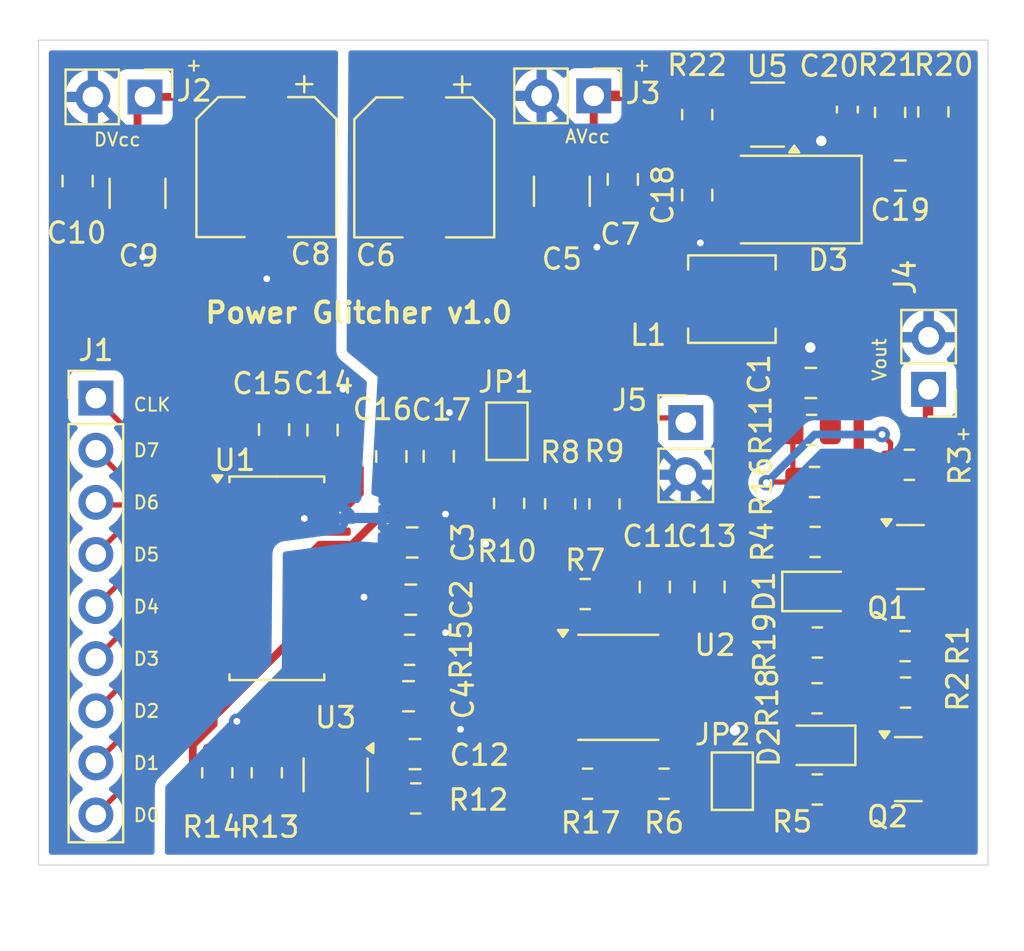
<source format=kicad_pcb>
(kicad_pcb (version 20240108) (generator "pcbnew") (generator_version "8.0")
  (layers (0 "F.Cu" signal) (31 "B.Cu" signal) (34 "B.Paste" user) (35 "F.Paste" user) (36 "B.SilkS" user "B.Silkscreen") (37 "F.SilkS" user "F.Silkscreen") (38 "B.Mask" user) (39 "F.Mask" user) (44 "Edge.Cuts" user))
  (net 0 "")
  (net 1 "Net-(C1-Pad1)")
  (net 2 "AGND")
  (net 3 "Net-(U1-COMP1)")
  (net 4 "AVCC")
  (net 5 "Net-(U1-COMP2)")
  (net 6 "/refio")
  (net 7 "DGND")
  (net 8 "DVCC")
  (net 9 "Net-(D1-K)")
  (net 10 "Net-(D1-A)")
  (net 11 "Net-(D2-K)")
  (net 12 "Net-(D2-A)")
  (net 13 "Net-(J1-Pin_9)")
  (net 14 "Net-(J1-Pin_6)")
  (net 15 "Net-(J1-Pin_7)")
  (net 16 "Net-(J1-Pin_1)")
  (net 17 "Net-(J1-Pin_8)")
  (net 18 "Net-(J1-Pin_3)")
  (net 19 "Net-(J1-Pin_2)")
  (net 20 "Net-(J1-Pin_5)")
  (net 21 "Net-(J1-Pin_4)")
  (net 22 "/out")
  (net 23 "Net-(Q1-E)")
  (net 24 "Net-(Q2-E)")
  (net 25 "Net-(R1-Pad2)")
  (net 26 "Net-(U2B--)")
  (net 27 "Net-(R7-Pad1)")
  (net 28 "Net-(U2B-+)")
  (net 29 "Net-(U2A--)")
  (net 30 "Net-(U3--)")
  (net 31 "/reflo")
  (net 32 "Net-(U1-FS_ADJ)")
  (net 33 "Net-(R16-Pad1)")
  (net 35 "Net-(D3-A)")
  (net 36 "Net-(J5-Pin_1)")
  (net 37 "Net-(U5-FB)")
  (net 38 "V-")
  (net 39 "V+")
  (net 40 "Net-(U5-EN)")
  (net 41 "/signal")
  (footprint "Resistor_SMD:R_0805_2012Metric" (layer "F.Cu") (at 121.77 57.3225 -90)
    (property "Reference" "R21")
    (property "Value" "49.9K")
  )
  (footprint "Capacitor_SMD:C_0805_2012Metric" (layer "F.Cu") (at 99.7712 74.0816 90)
    (property "Reference" "C17")
    (property "Value" "1uF")
  )
  (footprint "Package_SO:SOIC-8_3.9x4.9mm_P1.27mm" (layer "F.Cu") (at 108.523 85.344)
    (property "Reference" "U2")
    (property "Value" "Opamp_Dual")
  )
  (footprint "Resistor_SMD:R_0805_2012Metric" (layer "F.Cu") (at 122.5239 85.598 180)
    (property "Reference" "R2")
    (property "Value" "1")
  )
  (footprint "Resistor_SMD:R_0805_2012Metric" (layer "F.Cu") (at 118.0846 75.3364 180)
    (property "Reference" "R16")
    (property "Value" "100")
  )
  (footprint "Jumper:SolderJumper-2_P1.3mm_Open_Pad1.0x1.5mm" (layer "F.Cu") (at 103.0986 72.8622 -90)
    (property "Reference" "JP1")
    (property "Value" "SolderJumper_2_Open")
  )
  (footprint "Capacitor_SMD:CP_Elec_6.3x5.8" (layer "F.Cu") (at 99.065 60.0024 -90)
    (property "Reference" "C6")
    (property "Value" "100uF")
  )
  (footprint "Connector_PinHeader_2.54mm:PinHeader_1x02_P2.54mm_Vertical" (layer "F.Cu") (at 123.6472 70.8202 180)
    (property "Reference" "J4")
    (property "Value" "Conn_01x02")
  )
  (footprint "Resistor_SMD:R_0805_2012Metric" (layer "F.Cu") (at 123.8782 57.2971 90)
    (property "Reference" "R20")
    (property "Value" "10K")
  )
  (footprint "Resistor_SMD:R_0805_2012Metric" (layer "F.Cu") (at 110.7525 90.043)
    (property "Reference" "R6")
    (property "Value" "1K")
  )
  (footprint "Jumper:SolderJumper-2_P1.3mm_Open_Pad1.0x1.5mm" (layer "F.Cu") (at 114.08 89.92 -90)
    (property "Reference" "JP2")
    (property "Value" "SolderJumper_2_Open")
  )
  (footprint "Resistor_SMD:R_0805_2012Metric" (layer "F.Cu") (at 98.3488 83.5152 180)
    (property "Reference" "R15")
    (property "Value" "2K")
  )
  (footprint "Package_TO_SOT_SMD:SOT-23-5" (layer "F.Cu") (at 94.742 89.6095 -90)
    (property "Reference" "U3")
    (property "Value" "TL081H")
  )
  (footprint "Resistor_SMD:R_0805_2012Metric" (layer "F.Cu") (at 103.2002 76.3778 90)
    (property "Reference" "R10")
    (property "Value" "R")
  )
  (footprint "Resistor_SMD:R_0805_2012Metric" (layer "F.Cu") (at 118.2116 85.8774)
    (property "Reference" "R18")
    (property "Value" "R")
  )
  (footprint "Capacitor_SMD:C_0805_2012Metric" (layer "F.Cu") (at 98.41 81.07)
    (property "Reference" "C2")
    (property "Value" "0.1uF")
  )
  (footprint "Resistor_SMD:R_0805_2012Metric" (layer "F.Cu") (at 91.3892 89.5077 90)
    (property "Reference" "R13")
    (property "Value" "R")
  )
  (footprint "Resistor_SMD:R_0805_2012Metric" (layer "F.Cu") (at 98.6505 90.758 180)
    (property "Reference" "R12")
    (property "Value" "R")
  )
  (footprint "Connector_PinHeader_2.54mm:PinHeader_1x02_P2.54mm_Vertical" (layer "F.Cu") (at 111.8108 72.4408)
    (property "Reference" "J5")
    (property "Value" "Conn_01x02")
  )
  (footprint "Resistor_SMD:R_0805_2012Metric" (layer "F.Cu") (at 122.7074 74.4982)
    (property "Reference" "R3")
    (property "Value" "R")
  )
  (footprint "Package_SO:TSSOP-28_4.4x9.7mm_P0.65mm" (layer "F.Cu") (at 91.8795 80.029)
    (property "Reference" "U1")
    (property "Value" "AD9708AR")
  )
  (footprint "Diode_SMD:D_2114_3652Metric" (layer "F.Cu") (at 117.0971 61.5696 180)
    (property "Reference" "D3")
    (property "Value" "D_Schottky")
  )
  (footprint "Connector_PinHeader_2.54mm:PinHeader_1x02_P2.54mm_Vertical" (layer "F.Cu") (at 107.325 56.515 -90)
    (property "Reference" "J3")
    (property "Value" "Conn_01x02")
  )
  (footprint "Resistor_SMD:R_0805_2012Metric" (layer "F.Cu") (at 105.6894 76.4032 -90)
    (property "Reference" "R8")
    (property "Value" "1K")
  )
  (footprint "Resistor_SMD:R_0805_2012Metric" (layer "F.Cu") (at 112.3696 57.4275 -90)
    (property "Reference" "R22")
    (property "Value" "10K")
  )
  (footprint "Resistor_SMD:R_0805_2012Metric" (layer "F.Cu") (at 118.2237 83.1596 180)
    (property "Reference" "R19")
    (property "Value" "R")
  )
  (footprint "Resistor_SMD:R_0805_2012Metric" (layer "F.Cu") (at 118.1183 78.2574 180)
    (property "Reference" "R4")
    (property "Value" "1K")
  )
  (footprint "Resistor_SMD:R_0805_2012Metric" (layer "F.Cu") (at 88.9762 89.5077 90)
    (property "Reference" "R14")
    (property "Value" "0")
  )
  (footprint "Resistor_SMD:R_0805_2012Metric" (layer "F.Cu") (at 122.5023 83.3374)
    (property "Reference" "R1")
    (property "Value" "1")
  )
  (footprint "Connector_PinHeader_2.54mm:PinHeader_1x02_P2.54mm_Vertical" (layer "F.Cu") (at 85.4506 56.5658 -90)
    (property "Reference" "J2")
    (property "Value" "Conn_01x02")
  )
  (footprint "Capacitor_SMD:C_0603_1608Metric" (layer "F.Cu") (at 119.6872 57.1844 90)
    (property "Reference" "C20")
    (property "Value" "1nF")
  )
  (footprint "Package_TO_SOT_SMD:SOT-23-5" (layer "F.Cu") (at 115.7986 57.4294 180)
    (property "Reference" "U5")
    (property "Value" "LM2735XMF")
  )
  (footprint "Capacitor_SMD:C_0805_2012Metric" (layer "F.Cu") (at 82.169 60.6654 -90)
    (property "Reference" "C10")
    (property "Value" "0.1uF")
  )
  (footprint "Capacitor_SMD:C_0805_2012Metric" (layer "F.Cu") (at 98.4758 78.2828)
    (property "Reference" "C3")
    (property "Value" "0.1uF")
  )
  (footprint "Resistor_SMD:R_0805_2012Metric" (layer "F.Cu") (at 117.9443 72.7964 180)
    (property "Reference" "R11")
    (property "Value" "R")
  )
  (footprint "Capacitor_SMD:C_0805_2012Metric" (layer "F.Cu") (at 122.2654 60.4012 180)
    (property "Reference" "C19")
    (property "Value" "10uF")
  )
  (footprint "Diode_SMD:D_0805_2012Metric_Pad1.15x1.40mm_HandSolder" (layer "F.Cu") (at 118.3723 80.6704)
    (property "Reference" "D1")
    (property "Value" "D")
  )
  (footprint "Connector_PinHeader_2.54mm:PinHeader_1x09_P2.54mm_Vertical" (layer "F.Cu") (at 83.058 71.247)
    (property "Reference" "J1")
    (property "Value" "Conn_01x09")
  )
  (footprint "Resistor_SMD:R_0805_2012Metric" (layer "F.Cu") (at 107.8484 76.4032 90)
    (property "Reference" "R9")
    (property "Value" "270")
  )
  (footprint "Capacitor_SMD:CP_Elec_6.3x5.8" (layer "F.Cu") (at 91.3688 59.9872 -90)
    (property "Reference" "C8")
    (property "Value" "100uF")
  )
  (footprint "Capacitor_SMD:C_0805_2012Metric" (layer "F.Cu") (at 94.107 72.8066 90)
    (property "Reference" "C14")
    (property "Value" "0.1uF")
  )
  (footprint "Capacitor_SMD:C_0805_2012Metric" (layer "F.Cu") (at 91.7448 72.7812 90)
    (property "Reference" "C15")
    (property "Value" "1uF")
  )
  (footprint "Resistor_SMD:R_0805_2012Metric" (layer "F.Cu") (at 118.2218 90.3224)
    (property "Reference" "R5")
    (property "Value" "1K")
  )
  (footprint "Capacitor_SMD:C_0805_2012Metric" (layer "F.Cu") (at 112.968 80.452 90)
    (property "Reference" "C13")
    (property "Value" "1uF")
  )
  (footprint "Capacitor_SMD:C_0805_2012Metric" (layer "F.Cu") (at 112.3696 61.3512 90)
    (property "Reference" "C18")
    (property "Value" "2.2uF")
  )
  (footprint "Package_TO_SOT_SMD:SOT-23" (layer "F.Cu") (at 122.7582 78.994)
    (property "Reference" "Q1")
    (property "Value" "BC817")
  )
  (footprint "Diode_SMD:D_0805_2012Metric_Pad1.15x1.40mm_HandSolder" (layer "F.Cu") (at 118.2175 88.17 180)
    (property "Reference" "D2")
    (property "Value" "D")
  )
  (footprint "Capacitor_SMD:C_0805_2012Metric" (layer "F.Cu") (at 97.4598 74.0918 90)
    (property "Reference" "C16")
    (property "Value" "0.1uF")
  )
  (footprint "Capacitor_SMD:C_0805_2012Metric" (layer "F.Cu") (at 117.9068 70.5104 180)
    (property "Reference" "C1")
    (property "Value" "C")
  )
  (footprint "Resistor_SMD:R_0805_2012Metric" (layer "F.Cu") (at 106.9086 80.7974)
    (property "Reference" "R7")
    (property "Value" "R")
  )
  (footprint "Capacitor_SMD:C_0805_2012Metric" (layer "F.Cu") (at 108.7424 60.5892 -90)
    (property "Reference" "C7")
    (property "Value" "0.1uF")
  )
  (footprint "Capacitor_SMD:C_1210_3225Metric" (layer "F.Cu") (at 105.7706 61.165 -90)
    (property "Reference" "C5")
    (property "Value" "10uF")
  )
  (footprint "Inductor_SMD:L_Vishay_IHLP-1616" (layer "F.Cu") (at 114.05875 66.421)
    (property "Reference" "L1")
    (property "Value" "5.6uH")
  )
  (footprint "Capacitor_SMD:C_0805_2012Metric" (layer "F.Cu") (at 110.301 80.452 90)
    (property "Reference" "C11")
    (property "Value" "0.1uF")
  )
  (footprint "Capacitor_SMD:C_0805_2012Metric" (layer "F.Cu") (at 98.613 88.599)
    (property "Reference" "C12")
    (property "Value" "0.1uF")
  )
  (footprint "Capacitor_SMD:C_0805_2012Metric" (layer "F.Cu") (at 98.298 85.7777)
    (property "Reference" "C4")
    (property "Value" "0.1uF")
  )
  (footprint "Package_TO_SOT_SMD:SOT-23" (layer "F.Cu") (at 122.6589 89.3318)
    (property "Reference" "Q2")
    (property "Value" "BC807")
  )
  (footprint "Capacitor_SMD:C_1210_3225Metric" (layer "F.Cu") (at 85.09 61.2666 -90)
    (property "Reference" "C9")
    (property "Value" "10uF")
  )
  (footprint "Resistor_SMD:R_0805_2012Metric" (layer "F.Cu") (at 107.0225 90.043)
    (property "Reference" "R17")
    (property "Value" "1K")
  )
  (footprint "NetTie:NetTie-2_SMD_Pad0.5mm" (layer "B.Cu") (at 96.12 77.09)
    (property "Reference" "NT1" (hide yes))
    (property "Value" "NetTie_2" (hide yes))
  )
  (gr_rect (start 80.264 53.7972) (end 126.5428 94.0054) (stroke (width 0.05)) (fill none) (layer "Edge.Cuts"))
  (gr_text "CLK" (at 84.836 71.94 0) (layer "F.SilkS") (effects (font (size 0.635 0.635) (thickness 0.1016)) (justify left bottom)))
  (gr_text "D5" (at 84.836 79.248 0) (layer "F.SilkS") (effects (font (size 0.635 0.635) (thickness 0.1016)) (justify left bottom)))
  (gr_text "D1" (at 84.836 89.408 0) (layer "F.SilkS") (effects (font (size 0.635 0.635) (thickness 0.1016)) (justify left bottom)))
  (gr_text "AVcc" (at 105.87 58.87 0) (layer "F.SilkS") (effects (font (size 0.635 0.635) (thickness 0.1016)) (justify left bottom)))
  (gr_text "D7" (at 84.836 74.168 0) (layer "F.SilkS") (effects (font (size 0.635 0.635) (thickness 0.1016)) (justify left bottom)))
  (gr_text "D0" (at 84.836 91.948 0) (layer "F.SilkS") (effects (font (size 0.635 0.635) (thickness 0.1016)) (justify left bottom)))
  (gr_text "+" (at 124.89 73.33 0) (layer "F.SilkS") (effects (font (size 0.635 0.635) (thickness 0.1016)) (justify left bottom)))
  (gr_text "D2" (at 84.836 86.868 0) (layer "F.SilkS") (effects (font (size 0.635 0.635) (thickness 0.1016)) (justify left bottom)))
  (gr_text "D4" (at 84.836 81.788 0) (layer "F.SilkS") (effects (font (size 0.635 0.635) (thickness 0.1016)) (justify left bottom)))
  (gr_text "D6" (at 84.836 76.708 0) (layer "F.SilkS") (effects (font (size 0.635 0.635) (thickness 0.1016)) (justify left bottom)))
  (gr_text "DVcc" (at 82.9 59.02 0) (layer "F.SilkS") (effects (font (size 0.635 0.635) (thickness 0.1016)) (justify left bottom)))
  (gr_text "+" (at 109.22 55.372 0) (layer "F.SilkS") (effects (font (size 0.635 0.635) (thickness 0.1016)) (justify left bottom)))
  (gr_text "+" (at 87.376 55.372 0) (layer "F.SilkS") (effects (font (size 0.635 0.635) (thickness 0.1016)) (justify left bottom)))
  (gr_text "D3" (at 84.836 84.328 0) (layer "F.SilkS") (effects (font (size 0.635 0.635) (thickness 0.1016)) (justify left bottom)))
  (gr_text "Vout" (at 121.63 70.47 90) (layer "F.SilkS") (effects (font (size 0.635 0.635) (thickness 0.1016)) (justify left bottom)))
  (gr_text "Power Glitcher v1.0" (at 88.29 67.67 0) (layer "F.SilkS") (effects (font (size 1 1) (thickness 0.2) (bold yes)) (justify left bottom)))
  (segment (start 118.8568 70.5104) (end 118.8568 72.7964) (width 0.2) (layer "F.Cu") (net 1))
  (segment (start 88.9762 88.5952) (end 88.9762 87.9338) (width 0.254) (layer "F.Cu") (net 2))
  (segment (start 99.248 85.7777) (end 99.248 83.5285) (width 0.254) (layer "F.Cu") (net 2))
  (segment (start 110.301 79.502) (end 112.968 79.502) (width 0.381) (layer "F.Cu") (net 2))
  (segment (start 117.59 68.85) (end 117.66 68.78) (width 0.508) (layer "F.Cu") (net 2))
  (segment (start 102.05 78.27) (end 102.05 78.35) (width 0.254) (layer "F.Cu") (net 2))
  (segment (start 118.37 58.7) (end 118.40773 58.7) (width 0.2) (layer "F.Cu") (net 2))
  (segment (start 99.248 83.5285) (end 99.2613 83.5152) (width 0.254) (layer "F.Cu") (net 2))
  (segment (start 116.9568 70.5104) (end 116.9568 69.4832) (width 0.508) (layer "F.Cu") (net 2))
  (segment (start 107.8484 77.3157) (end 109.4759 77.3157) (width 0.254) (layer "F.Cu") (net 2))
  (segment (start 97.4598 73.1418) (end 99.761 73.1418) (width 0.254) (layer "F.Cu") (net 2))
  (segment (start 117.66 68.78) (end 117.88 68.78) (width 0.508) (layer "F.Cu") (net 2))
  (segment (start 117.5894 57.4294) (end 118.37 58.21) (width 0.381) (layer "F.Cu") (net 2))
  (segment (start 118.37 58.21) (end 118.37 58.7) (width 0.381) (layer "F.Cu") (net 2))
  (segment (start 116.9568 69.4832) (end 117.59 68.85) (width 0.508) (layer "F.Cu") (net 2))
  (segment (start 106.11 90.043) (end 106.11 87.311) (width 0.254) (layer "F.Cu") (net 2))
  (segment (start 96.126 80.946) (end 96.068 81.004) (width 0.254) (layer "F.Cu") (net 2))
  (segment (start 123.6472 68.2802) (end 123.6472 60.833) (width 0.508) (layer "F.Cu") (net 2))
  (segment (start 88.9762 87.9338) (end 89.86 87.05) (width 0.254) (layer "F.Cu") (net 2))
  (segment (start 100.29 71.95) (end 100.29 72.6128) (width 0.254) (layer "F.Cu") (net 2))
  (segment (start 107.0206 63.89) (end 107.48 63.89) (width 0.381) (layer "F.Cu") (net 2))
  (segment (start 123.8782 58.2096) (end 123.8782 60.347) (width 0.508) (layer "F.Cu") (net 2))
  (segment (start 95.692 90.747) (end 96.8168 91.8718) (width 0.254) (layer "F.Cu") (net 2))
  (segment (start 103.0297 77.2903) (end 102.05 78.27) (width 0.254) (layer "F.Cu") (net 2))
  (segment (start 100.0965 82.68) (end 100.1 82.68) (width 0.254) (layer "F.Cu") (net 2))
  (segment (start 112.52 62.4516) (end 112.3696 62.3012) (width 0.381) (layer "F.Cu") (net 2))
  (segment (start 106.8714 61.5392) (end 105.7706 62.64) (width 0.381) (layer "F.Cu") (net 2))
  (segment (start 116.9361 57.4294) (end 117.5894 57.4294) (width 0.381) (layer "F.Cu") (net 2))
  (segment (start 105.7082 62.7024) (end 105.7706 62.64) (width 0.381) (layer "F.Cu") (net 2))
  (segment (start 107.8484 77.3157) (end 108.1147 77.3157) (width 0.381) (layer "F.Cu") (net 2))
  (segment (start 98.4492 91.8718) (end 99.563 90.758) (width 0.254) (layer "F.Cu") (net 2))
  (segment (start 100.1 77.6086) (end 99.4258 78.2828) (width 0.254) (layer "F.Cu") (net 2))
  (segment (start 100.772 87.39) (end 100.83 87.39) (width 0.254) (layer "F.Cu") (net 2))
  (segment (start 99.563 90.758) (end 99.563 88.599) (width 0.254) (layer "F.Cu") (net 2))
  (segment (start 96.8168 91.8718) (end 98.4492 91.8718) (width 0.254) (layer "F.Cu") (net 2))
  (segment (start 94.742 81.004) (end 94.742 80.354) (width 0.254) (layer "F.Cu") (net 2))
  (segment (start 105.395 90.758) (end 106.11 90.043) (width 0.254) (layer "F.Cu") (net 2))
  (segment (start 102.05 78.35) (end 102.06 78.36) (width 0.254) (layer "F.Cu") (net 2))
  (segment (start 103.2002 77.2903) (end 103.0297 77.2903) (width 0.254) (layer "F.Cu") (net 2))
  (segment (start 100.29 72.6128) (end 99.7712 73.1316) (width 0.254) (layer "F.Cu") (net 2))
  (segment (start 108.7424 61.5392) (end 106.8714 61.5392) (width 0.381) (layer "F.Cu") (net 2))
  (segment (start 114.3 87.53) (end 114.3 89.281) (width 0.508) (layer "F.Cu") (net 2))
  (segment (start 99.563 90.758) (end 105.395 90.758) (width 0.254) (layer "F.Cu") (net 2))
  (segment (start 105.7706 62.64) (end 106.8203 63.6897) (width 0.381) (layer "F.Cu") (net 2))
  (segment (start 96.068 81.004) (end 94.742 81.004) (width 0.254) (layer "F.Cu") (net 2))
  (segment (start 99.563 88.599) (end 100.772 87.39) (width 0.254) (layer "F.Cu") (net 2))
  (segment (start 89.86 87.05) (end 89.91 87) (width 0.254) (layer "F.Cu") (net 2))
  (segment (start 99.761 73.1418) (end 99.7712 73.1316) (width 0.254) (layer "F.Cu") (net 2))
  (segment (start 106.8203 63.6897) (end 107.0206 63.89) (width 0.381) (layer "F.Cu") (net 2))
  (segment (start 106.11 87.311) (end 106.048 87.249) (width 0.254) (layer "F.Cu") (net 2))
  (segment (start 123.2154 60.4012) (end 123.2154 60.6552) (width 0.508) (layer "F.Cu") (net 2))
  (segment (start 123.6472 60.833) (end 123.2154 60.4012) (width 0.508) (layer "F.Cu") (net 2))
  (segment (start 89.91 87) (end 89.93 87) (width 0.254) (layer "F.Cu") (net 2))
  (segment (start 112.52 63.68) (end 112.52 62.4516) (width 0.381) (layer "F.Cu") (net 2))
  (segment (start 99.065 62.7024) (end 105.7082 62.7024) (width 0.381) (layer "F.Cu") (net 2))
  (segment (start 123.2662 60.3504) (end 123.2154 60.4012) (width 0.508) (layer "F.Cu") (net 2))
  (segment (start 99.2613 83.5152) (end 100.0965 82.68) (width 0.254) (layer "F.Cu") (net 2))
  (segment (start 108.1147 77.3157) (end 110.301 79.502) (width 0.381) (layer "F.Cu") (net 2))
  (segment (start 109.4759 77.3157) (end 111.8108 74.9808) (width 0.254) (layer "F.Cu") (net 2))
  (segment (start 114.21 87.44) (end 114.3 87.53) (width 0.508) (layer "F.Cu") (net 2))
  (segment (start 118.40773 58.7) (end 118.417099 58.709369) (width 0.2) (layer "F.Cu") (net 2))
  (segment (start 100.1 76.9) (end 100.1 77.6086) (width 0.254) (layer "F.Cu") (net 2))
  (via (at 117.88 68.78) (size 1.27) (drill 0.508) (layers "F.Cu" "B.Cu") (net 2))
  (via (at 102.06 78.36) (size 0.762) (drill 0.3302) (layers "F.Cu" "B.Cu") (net 2))
  (via (at 89.93 87) (size 0.762) (drill 0.3302) (layers "F.Cu" "B.Cu") (net 2))
  (via (at 107.48 63.89) (size 0.762) (drill 0.3302) (layers "F.Cu" "B.Cu") (net 2))
  (via (at 112.52 63.68) (size 0.762) (drill 0.3302) (layers "F.Cu" "B.Cu") (net 2))
  (via (at 118.417099 58.709369) (size 1.27) (drill 0.508) (layers "F.Cu" "B.Cu") (net 2))
  (via (at 96.126 80.946) (size 0.762) (drill 0.3302) (layers "F.Cu" "B.Cu") (net 2))
  (via (at 100.1 82.68) (size 0.762) (drill 0.3302) (layers "F.Cu" "B.Cu") (net 2))
  (via (at 114.21 87.44) (size 1.27) (drill 0.508) (layers "F.Cu" "B.Cu") (net 2))
  (via (at 100.29 71.95) (size 0.762) (drill 0.3302) (layers "F.Cu" "B.Cu") (net 2))
  (via (at 100.1 76.9) (size 0.762) (drill 0.3302) (layers "F.Cu" "B.Cu") (net 2))
  (via (at 100.83 87.39) (size 0.762) (drill 0.3302) (layers "F.Cu" "B.Cu") (net 2))
  (segment (start 118.36 68.78) (end 118.8598 68.2802) (width 0.508) (layer "B.Cu") (net 2))
  (segment (start 96.62 77.09) (end 99.91 77.09) (width 0.508) (layer "B.Cu") (net 2))
  (segment (start 107.48 63.89) (end 112.31 63.89) (width 0.381) (layer "B.Cu") (net 2))
  (segment (start 111.8108 74.9808) (end 107.48 70.65) (width 0.381) (layer "B.Cu") (net 2))
  (segment (start 114.21 87.44) (end 114.21 77.38) (width 0.508) (layer "B.Cu") (net 2))
  (segment (start 96.126 80.946) (end 96.1352 80.946) (width 0.254) (layer "B.Cu") (net 2))
  (segment (start 100.1 77.0396) (end 96.1644 80.9752) (width 0.381) (layer "B.Cu") (net 2))
  (segment (start 108.4316 78.36) (end 111.8108 74.9808) (width 0.381) (layer "B.Cu") (net 2))
  (segment (start 96.092 80.946) (end 90.038 87) (width 0.381) (layer "B.Cu") (net 2))
  (segment (start 102.06 78.36) (end 108.4316 78.36) (width 0.381) (layer "B.Cu") (net 2))
  (segment (start 101.4204 78.36) (end 100.1 77.0396) (width 0.381) (layer "B.Cu") (net 2))
  (segment (start 96.126 82.686) (end 100.83 87.39) (width 0.381) (layer "B.Cu") (net 2))
  (segment (start 102.06 78.36) (end 101.4204 78.36) (width 0.381) (layer "B.Cu") (net 2))
  (segment (start 100.29 76.71) (end 100.29 71.95) (width 0.381) (layer "B.Cu") (net 2))
  (segment (start 100.1 76.9) (end 100.29 76.71) (width 0.254) (layer "B.Cu") (net 2))
  (segment (start 118.417099 58.709369) (end 123.6472 63.93947) (width 0.508) (layer "B.Cu") (net 2))
  (segment (start 96.1352 80.946) (end 96.1644 80.9752) (width 0.254) (layer "B.Cu") (net 2))
  (segment (start 107.48 59.21) (end 104.785 56.515) (width 0.381) (layer "B.Cu") (net 2))
  (segment (start 107.48 70.65) (end 107.48 63.89) (width 0.381) (layer "B.Cu") (net 2))
  (segment (start 112.67 63.68) (end 112.52 63.68) (width 0.381) (layer "B.Cu") (net 2))
  (segment (start 96.126 80.946) (end 96.126 82.686) (width 0.381) (layer "B.Cu") (net 2))
  (segment (start 100.1 76.9) (end 100.1 77.0396) (width 0.254) (layer "B.Cu") (net 2))
  (segment (start 123.6472 63.93947) (end 123.6472 68.2802) (width 0.508) (layer "B.Cu") (net 2))
  (segment (start 112.31 63.89) (end 112.52 63.68) (width 0.381) (layer "B.Cu") (net 2))
  (segment (start 99.91 77.09) (end 100.1 76.9) (width 0.508) (layer "B.Cu") (net 2))
  (segment (start 113.39 63.68) (end 112.67 63.68) (width 0.381) (layer "B.Cu") (net 2))
  (segment (start 118.8598 68.2802) (end 123.6472 68.2802) (width 0.508) (layer "B.Cu") (net 2))
  (segment (start 114.21 77.38) (end 111.8108 74.9808) (width 0.508) (layer "B.Cu") (net 2))
  (segment (start 89.93 87) (end 90.038 87) (width 0.254) (layer "B.Cu") (net 2))
  (segment (start 118.37 58.7) (end 113.39 63.68) (width 0.381) (layer "B.Cu") (net 2))
  (segment (start 107.48 63.89) (end 107.48 59.21) (width 0.381) (layer "B.Cu") (net 2))
  (segment (start 98.3952 80.9752) (end 96.1644 80.9752) (width 0.381) (layer "B.Cu") (net 2))
  (segment (start 100.1 82.68) (end 98.3952 80.9752) (width 0.381) (layer "B.Cu") (net 2))
  (segment (start 117.88 68.78) (end 118.36 68.78) (width 0.508) (layer "B.Cu") (net 2))
  (segment (start 96.126 80.946) (end 96.092 80.946) (width 0.381) (layer "B.Cu") (net 2))
  (segment (start 96.7708 81.654) (end 97.3734 81.0514) (width 0.254) (layer "F.Cu") (net 3))
  (segment (start 94.742 81.654) (end 96.7708 81.654) (width 0.254) (layer "F.Cu") (net 3))
  (segment (start 97.4598 76.470144) (end 97.4598 75.0418) (width 0.381) (layer "F.Cu") (net 4))
  (segment (start 97.1345 87.4825) (end 97.663 88.011) (width 0.254) (layer "F.Cu") (net 4))
  (segment (start 95.525944 78.404) (end 97.4598 76.470144) (width 0.381) (layer "F.Cu") (net 4))
  (segment (start 101.3206 74.3966) (end 101.3206 69.4182) (width 0.381) (layer "F.Cu") (net 4))
  (segment (start 101.4526 59.69) (end 105.7706 59.69) (width 0.381) (layer "F.Cu") (net 4))
  (segment (start 94.742 78.404) (end 93.958056 78.404) (width 0.381) (layer "F.Cu") (net 4))
  (segment (start 112.3696 58.34) (end 114.6217 58.34) (width 0.254) (layer "F.Cu") (net 4))
  (segment (start 109.1438 56.515) (end 107.325 56.515) (width 0.508) (layer "F.Cu") (net 4))
  (segment (start 114.554 68.8085) (end 112.1665 66.421) (width 0.381) (layer "F.Cu") (net 4))
  (segment (start 97.663 87.9602) (end 98.298 87.3252) (width 0.254) (layer "F.Cu") (net 4))
  (segment (start 92.5322 89.3318) (end 91.7956 88.5952) (width 0.381) (layer "F.Cu") (net 4))
  (segment (start 112.968 81.402) (end 114.554 79.816) (width 0.381) (layer "F.Cu") (net 4))
  (segment (start 94.341499 89.535) (end 92.7354 89.535) (width 0.254) (layer "F.Cu") (net 4))
  (segment (start 94.742 87.809501) (end 95.069001 87.4825) (width 0.254) (layer "F.Cu") (net 4))
  (segment (start 94.742 88.472) (end 94.742 89.134499) (width 0.254) (layer "F.Cu") (net 4))
  (segment (start 95.069001 87.4825) (end 97.1345 87.4825) (width 0.254) (layer "F.Cu") (net 4))
  (segment (start 99.065 57.3024) (end 101.4526 59.69) (width 0.381) (layer "F.Cu") (net 4))
  (segment (start 87.7824 91.2114) (end 88.1888 91.6178) (width 0.381) (layer "F.Cu") (net 4))
  (segment (start 92.97 79.392056) (end 92.97 82.63) (width 0.381) (layer "F.Cu") (net 4))
  (segment (start 104.3178 66.421) (end 112.1665 66.421) (width 0.381) (layer "F.Cu") (net 4))
  (segment (start 91.3892 88.5952) (end 91.8432 88.5952) (width 0.254) (layer "F.Cu") (net 4))
  (segment (start 100.6856 75.0316) (end 101.3206 74.3966) (width 0.381) (layer "F.Cu") (net 4))
  (segment (start 101.16 82.4148) (end 99.7966 81.0514) (width 0.254) (layer "F.Cu") (net 4))
  (segment (start 107.325 58.1356) (end 107.325 56.515) (width 0.381) (layer "F.Cu") (net 4))
  (segment (start 92.7354 89.535) (end 92.5322 89.3318) (width 0.254) (layer "F.Cu") (net 4))
  (segment (start 112.968 81.402) (end 110.301 81.402) (width 0.381) (layer "F.Cu") (net 4))
  (segment (start 94.742 88.472) (end 94.742 87.809501) (width 0.254) (layer "F.Cu") (net 4))
  (segment (start 114.554 79.816) (end 114.554 68.8085) (width 0.381) (layer "F.Cu") (net 4))
  (segment (start 92.97 82.63) (end 88.8 86.8) (width 0.381) (layer "F.Cu") (net 4))
  (segment (start 97.663 88.599) (end 97.663 87.9602) (width 0.254) (layer "F.Cu") (net 4))
  (segment (start 110.6424 58.0136) (end 109.1438 56.515) (width 0.508) (layer "F.Cu") (net 4))
  (segment (start 107.325 58.2218) (end 108.7424 59.6392) (width 0.381) (layer "F.Cu") (net 4))
  (segment (start 91.7956 88.5952) (end 91.3892 88.5952) (width 0.381) (layer "F.Cu") (net 4))
  (segment (start 105.7706 59.69) (end 107.325 58.1356) (width 0.381) (layer "F.Cu") (net 4))
  (segment (start 101.3206 69.4182) (end 104.3178 66.421) (width 0.381) (layer "F.Cu") (net 4))
  (segment (start 91.948 91.6178) (end 92.5322 91.0336) (width 0.381) (layer "F.Cu") (net 4))
  (segment (start 94.742 78.404) (end 95.525944 78.404) (width 0.381) (layer "F.Cu") (net 4))
  (segment (start 88.8 87.13) (end 87.7824 88.1476) (width 0.381) (layer "F.Cu") (net 4))
  (segment (start 93.958056 78.404) (end 92.97 79.392056) (width 0.381) (layer "F.Cu") (net 4))
  (segment (start 97.4598 75.0418) (end 99.761 75.0418) (width 0.381) (layer "F.Cu") (net 4))
  (segment (start 94.742 89.134499) (end 94.341499 89.535) (width 0.254) (layer "F.Cu") (net 4))
  (segment (start 114.6217 58.34) (end 114.6611 58.3794) (width 0.508) (layer "F.Cu") (net 4))
  (segment (start 101.16 85.8602) (end 101.16 82.4148) (width 0.254) (layer "F.Cu") (net 4))
  (segment (start 110.6424 58.0136) (end 112.0432 58.0136) (width 0.254) (layer "F.Cu") (net 4))
  (segment (start 88.1888 91.6178) (end 91.948 91.6178) (width 0.381) (layer "F.Cu") (net 4))
  (segment (start 92.5322 91.0336) (end 92.5322 89.3318) (width 0.381) (layer "F.Cu") (net 4))
  (segment (start 110.6424 64.8969) (end 110.6424 58.0136) (width 0.508) (layer "F.Cu") (net 4))
  (segment (start 98.298 87.3252) (end 99.695 87.3252) (width 0.254) (layer "F.Cu") (net 4))
  (segment (start 87.7824 88.1476) (end 87.7824 91.2114) (width 0.381) (layer "F.Cu") (net 4))
  (segment (start 88.8 86.8) (end 88.8 87.13) (width 0.381) (layer "F.Cu") (net 4))
  (segment (start 110.301 82.742) (end 110.998 83.439) (width 0.381) (layer "F.Cu") (net 4))
  (segment (start 107.325 56.515) (end 107.325 58.2218) (width 0.381) (layer "F.Cu") (net 4))
  (segment (start 99.7712 75.0316) (end 100.6856 75.0316) (width 0.381) (layer "F.Cu") (net 4))
  (segment (start 99.695 87.3252) (end 101.16 85.8602) (width 0.254) (layer "F.Cu") (net 4))
  (segment (start 97.663 88.011) (end 97.663 88.599) (width 0.254) (layer "F.Cu") (net 4))
  (segment (start 99.761 75.0418) (end 99.7712 75.0316) (width 0.254) (layer "F.Cu") (net 4))
  (segment (start 112.1665 66.421) (end 110.6424 64.8969) (width 0.508) (layer "F.Cu") (net 4))
  (segment (start 99.7966 81.0514) (end 99.2734 81.0514) (width 0.254) (layer "F.Cu") (net 4))
  (segment (start 110.301 81.402) (end 110.301 82.742) (width 0.381) (layer "F.Cu") (net 4))
  (segment (start 112.3696 58.34) (end 112.3696 60.4012) (width 0.381) (layer "F.Cu") (net 4))
  (segment (start 94.742 79.054) (end 96.5108 79.054) (width 0.254) (layer "F.Cu") (net 5))
  (segment (start 96.5108 79.054) (end 97.282 78.2828) (width 0.254) (layer "F.Cu") (net 5))
  (segment (start 93.792 88.472) (end 93.792 87.809501) (width 0.254) (layer "F.Cu") (net 6))
  (segment (start 96.3422 84.7719) (end 96.3422 83.6676) (width 0.254) (layer "F.Cu") (net 6))
  (segment (start 95.6286 82.954) (end 94.742 82.954) (width 0.254) (layer "F.Cu") (net 6))
  (segment (start 95.823801 85.7777) (end 97.348 85.7777) (width 0.254) (layer "F.Cu") (net 6))
  (segment (start 93.792 87.809501) (end 95.823801 85.7777) (width 0.254) (layer "F.Cu") (net 6))
  (segment (start 97.348 85.7777) (end 96.3422 84.7719) (width 0.254) (layer "F.Cu") (net 6))
  (segment (start 96.3422 83.6676) (end 95.6286 82.954) (width 0.254) (layer "F.Cu") (net 6))
  (segment (start 91.3688 65.41) (end 91.3892 65.4304) (width 0.254) (layer "F.Cu") (net 7))
  (segment (start 91.3688 62.7176) (end 91.3892 62.738) (width 0.254) (layer "F.Cu") (net 7))
  (segment (start 91.3892 65.4304) (end 91.3892 71.4756) (width 0.381) (layer "F.Cu") (net 7))
  (segment (start 84.2722 61.6154) (end 82.169 61.6154) (width 0.381) (layer "F.Cu") (net 7))
  (segment (start 94.107 71.803) (end 94.107 71.8566) (width 0.508) (layer "F.Cu") (net 7))
  (segment (start 85.09 62.7416) (end 85.09 64.1096) (width 0.381) (layer "F.Cu") (net 7))
  (segment (start 85.09 62.7416) (end 85.09 62.4332) (width 0.381) (layer "F.Cu") (net 7))
  (segment (start 91.3688 62.6872) (end 91.3688 65.41) (width 0.381) (layer "F.Cu") (net 7))
  (segment (start 93.2284 77.104) (end 93.218 77.1144) (width 0.381) (layer "F.Cu") (net 7))
  (segment (start 85.09 64.1096) (end 85.344 64.3636) (width 0.381) (layer "F.Cu") (net 7))
  (segment (start 94.742 77.104) (end 93.2284 77.104) (width 0.381) (layer "F.Cu") (net 7))
  (segment (start 91.3892 71.4756) (end 91.7448 71.8312) (width 0.381) (layer "F.Cu") (net 7))
  (segment (start 95.1 70.81) (end 94.107 71.803) (width 0.508) (layer "F.Cu") (net 7))
  (segment (start 85.09 62.4332) (end 84.2722 61.6154) (width 0.381) (layer "F.Cu") (net 7))
  (segment (start 91.7448 71.8312) (end 94.0816 71.8312) (width 0.381) (layer "F.Cu") (net 7))
  (segment (start 94.0816 71.8312) (end 94.107 71.8566) (width 0.254) (layer "F.Cu") (net 7))
  (via (at 91.3892 65.4304) (size 0.762) (drill 0.3302) (layers "F.Cu" "B.Cu") (net 7))
  (via (at 85.344 64.3636) (size 0.762) (drill 0.3302) (layers "F.Cu" "B.Cu") (net 7))
  (via (at 93.218 77.1144) (size 0.762) (drill 0.3302) (layers "F.Cu" "B.Cu") (net 7))
  (via (at 95.1 70.81) (size 0.762) (drill 0.3302) (layers "F.Cu" "B.Cu") (net 7))
  (segment (start 90.3224 64.3636) (end 91.3892 65.4304) (width 0.381) (layer "B.Cu") (net 7))
  (segment (start 85.344 64.3636) (end 90.3224 64.3636) (width 0.381) (layer "B.Cu") (net 7))
  (segment (start 85.344 58.9992) (end 85.344 64.3636) (width 0.381) (layer "B.Cu") (net 7))
  (segment (start 95.1 70.81) (end 95.1 75.2324) (width 0.381) (layer "B.Cu") (net 7))
  (segment (start 82.9106 56.5658) (end 85.344 58.9992) (width 0.381) (layer "B.Cu") (net 7))
  (segment (start 93.218 77.1144) (end 95.5956 77.1144) (width 0.508) (layer "B.Cu") (net 7))
  (segment (start 95.1 75.2324) (end 93.218 77.1144) (width 0.381) (layer "B.Cu") (net 7))
  (segment (start 95.5956 77.1144) (end 95.62 77.09) (width 0.508) (layer "B.Cu") (net 7))
  (segment (start 90.6474 56.5658) (end 91.3688 57.2872) (width 0.381) (layer "F.Cu") (net 8))
  (segment (start 90.4698 73.7312) (end 91.7448 73.7312) (width 0.381) (layer "F.Cu") (net 8))
  (segment (start 82.169 59.7154) (end 85.0138 59.7154) (width 0.381) (layer "F.Cu") (net 8))
  (segment (start 95.43614 76.454) (end 94.742 76.454) (width 0.254) (layer "F.Cu") (net 8))
  (segment (start 87.1728 70.4342) (end 90.4698 73.7312) (width 0.381) (layer "F.Cu") (net 8))
  (segment (start 85.4506 56.5658) (end 90.6474 56.5658) (width 0.381) (layer "F.Cu") (net 8))
  (segment (start 91.7448 73.7312) (end 94.0816 73.7312) (width 0.381) (layer "F.Cu") (net 8))
  (segment (start 85.476 56.5912) (end 85.4506 56.5658) (width 0.381) (layer "F.Cu") (net 8))
  (segment (start 85.09 59.7916) (end 86.5632 59.7916) (width 0.381) (layer "F.Cu") (net 8))
  (segment (start 94.0816 73.7312) (end 94.107 73.7566) (width 0.2) (layer "F.Cu") (net 8))
  (segment (start 87.1728 60.4012) (end 87.1728 70.4342) (width 0.381) (layer "F.Cu") (net 8))
  (segment (start 85.09 59.7916) (end 85.09 56.9264) (width 0.381) (layer "F.Cu") (net 8))
  (segment (start 95.9866 74.6506) (end 95.9866 75.90354) (width 0.254) (layer "F.Cu") (net 8))
  (segment (start 95.9866 75.90354) (end 95.43614 76.454) (width 0.254) (layer "F.Cu") (net 8))
  (segment (start 95.0926 73.7566) (end 95.9866 74.6506) (width 0.254) (layer "F.Cu") (net 8))
  (segment (start 86.5632 59.7916) (end 87.1728 60.4012) (width 0.381) (layer "F.Cu") (net 8))
  (segment (start 85.09 56.9264) (end 85.4506 56.5658) (width 0.381) (layer "F.Cu") (net 8))
  (segment (start 85.0138 59.7154) (end 85.09 59.7916) (width 0.381) (layer "F.Cu") (net 8))
  (segment (start 94.107 73.7566) (end 95.0926 73.7566) (width 0.254) (layer "F.Cu") (net 8))
  (segment (start 118.7704 81.8134) (end 119.5578 81.8134) (width 0.254) (layer "F.Cu") (net 9))
  (segment (start 117.6274 80.6704) (end 118.7704 81.8134) (width 0.254) (layer "F.Cu") (net 9))
  (segment (start 120.0912 83.9216) (end 119.6594 84.3534) (width 0.254) (layer "F.Cu") (net 9))
  (segment (start 117.3473 80.6704) (end 117.6274 80.6704) (width 0.254) (layer "F.Cu") (net 9))
  (segment (start 119.6594 84.3534) (end 118.505 84.3534) (width 0.254) (layer "F.Cu") (net 9))
  (segment (start 120.0912 82.3468) (end 120.0912 83.9216) (width 0.254) (layer "F.Cu") (net 9))
  (segment (start 119.5578 81.8134) (end 120.0912 82.3468) (width 0.254) (layer "F.Cu") (net 9))
  (segment (start 118.505 84.3534) (end 117.3112 83.1596) (width 0.254) (layer "F.Cu") (net 9))
  (segment (start 121.6073 78.2574) (end 121.8207 78.044) (width 0.254) (layer "F.Cu") (net 10))
  (segment (start 119.0308 80.3039) (end 119.3973 80.6704) (width 0.254) (layer "F.Cu") (net 10))
  (segment (start 119.0308 78.2574) (end 119.0308 80.3039) (width 0.254) (layer "F.Cu") (net 10))
  (segment (start 119.0308 78.2574) (end 121.6073 78.2574) (width 0.254) (layer "F.Cu") (net 10))
  (segment (start 119.2468 88.1634) (end 119.2468 90.2099) (width 0.254) (layer "F.Cu") (net 11))
  (segment (start 119.2468 88.1634) (end 121.503 88.1634) (width 0.254) (layer "F.Cu") (net 11))
  (segment (start 121.503 88.1634) (end 121.7214 88.3818) (width 0.254) (layer "F.Cu") (net 11))
  (segment (start 119.2468 90.2099) (end 119.1343 90.3224) (width 0.254) (layer "F.Cu") (net 11))
  (segment (start 117.3093 88.0509) (end 117.1968 88.1634) (width 0.254) (layer "F.Cu") (net 12))
  (segment (start 117.3093 85.7504) (end 117.3093 88.0509) (width 0.381) (layer "F.Cu") (net 12))
  (segment (start 87.3506 87.2744) (end 83.058 91.567) (width 0.254) (layer "F.Cu") (net 13))
  (segment (start 89.017 80.354) (end 88.048 80.354) (width 0.254) (layer "F.Cu") (net 13))
  (segment (start 87.3506 81.0514) (end 87.3506 87.2744) (width 0.254) (layer "F.Cu") (net 13))
  (segment (start 88.048 80.354) (end 87.3506 81.0514) (width 0.254) (layer "F.Cu") (net 13))
  (segment (start 83.058 83.947) (end 85.5726 81.4324) (width 0.254) (layer "F.Cu") (net 14))
  (segment (start 85.5726 79.9592) (end 87.1278 78.404) (width 0.254) (layer "F.Cu") (net 14))
  (segment (start 87.1278 78.404) (end 89.017 78.404) (width 0.254) (layer "F.Cu") (net 14))
  (segment (start 85.5726 81.4324) (end 85.5726 79.9592) (width 0.254) (layer "F.Cu") (net 14))
  (segment (start 87.5192 79.054) (end 89.017 79.054) (width 0.254) (layer "F.Cu") (net 15))
  (segment (start 86.106 83.439) (end 86.106 80.4672) (width 0.254) (layer "F.Cu") (net 15))
  (segment (start 86.106 80.4672) (end 87.5192 79.054) (width 0.254) (layer "F.Cu") (net 15))
  (segment (start 83.058 86.487) (end 86.106 83.439) (width 0.254) (layer "F.Cu") (net 15))
  (segment (start 85.54 73.729) (end 89.0706 73.729) (width 0.254) (layer "F.Cu") (net 16))
  (segment (start 83.058 71.247) (end 85.54 73.729) (width 0.254) (layer "F.Cu") (net 16))
  (segment (start 91.1456 75.804) (end 94.742 75.804) (width 0.254) (layer "F.Cu") (net 16))
  (segment (start 89.0706 73.729) (end 91.1456 75.804) (width 0.254) (layer "F.Cu") (net 16))
  (segment (start 83.058 89.027) (end 86.7156 85.3694) (width 0.254) (layer "F.Cu") (net 17))
  (segment (start 86.7156 85.3694) (end 86.7156 80.7974) (width 0.254) (layer "F.Cu") (net 17))
  (segment (start 87.809 79.704) (end 89.017 79.704) (width 0.254) (layer "F.Cu") (net 17))
  (segment (start 86.7156 80.7974) (end 87.809 79.704) (width 0.254) (layer "F.Cu") (net 17))
  (segment (start 83.185 76.454) (end 89.017 76.454) (width 0.254) (layer "F.Cu") (net 18))
  (segment (start 83.058 76.327) (end 83.185 76.454) (width 0.254) (layer "F.Cu") (net 18))
  (segment (start 85.075 75.804) (end 83.058 73.787) (width 0.254) (layer "F.Cu") (net 19))
  (segment (start 89.017 75.804) (end 85.075 75.804) (width 0.254) (layer "F.Cu") (net 19))
  (segment (start 83.058 81.407) (end 86.711 77.754) (width 0.254) (layer "F.Cu") (net 20))
  (segment (start 86.711 77.754) (end 89.017 77.754) (width 0.254) (layer "F.Cu") (net 20))
  (segment (start 84.821 77.104) (end 89.017 77.104) (width 0.254) (layer "F.Cu") (net 21))
  (segment (start 83.058 78.867) (end 84.821 77.104) (width 0.254) (layer "F.Cu") (net 21))
  (segment (start 123.6199 74.4982) (end 123.6199 70.8475) (width 0.508) (layer "F.Cu") (net 22))
  (segment (start 123.6199 70.8475) (end 123.6472 70.8202) (width 0.508) (layer "F.Cu") (net 22))
  (segment (start 121.8207 83.1065) (end 121.5898 83.3374) (width 0.508) (layer "F.Cu") (net 23))
  (segment (start 121.8207 79.944) (end 121.8207 83.1065) (width 0.508) (layer "F.Cu") (net 23))
  (segment (start 124.9426 89.8144) (end 124.1552 90.6018) (width 0.381) (layer "F.Cu") (net 24))
  (segment (start 122.555 86.9696) (end 123.8758 86.9696) (width 0.381) (layer "F.Cu") (net 24))
  (segment (start 122.0414 90.6018) (end 121.7214 90.2818) (width 0.381) (layer "F.Cu") (net 24))
  (segment (start 124.9426 88.0364) (end 124.9426 89.8144) (width 0.381) (layer "F.Cu") (net 24))
  (segment (start 124.1552 90.6018) (end 122.0414 90.6018) (width 0.381) (layer "F.Cu") (net 24))
  (segment (start 121.6114 86.026) (end 122.555 86.9696) (width 0.381) (layer "F.Cu") (net 24))
  (segment (start 121.6114 85.598) (end 121.6114 86.026) (width 0.381) (layer "F.Cu") (net 24))
  (segment (start 123.8758 86.9696) (end 124.9426 88.0364) (width 0.381) (layer "F.Cu") (net 24))
  (segment (start 124.2238 86.1238) (end 123.4364 86.1238) (width 0.254) (layer "F.Cu") (net 25))
  (segment (start 123.4364 86.1238) (end 123.4364 85.598) (width 0.381) (layer "F.Cu") (net 25))
  (segment (start 121.746 75.4164) (end 122.301 75.9714) (width 0.508) (layer "F.Cu") (net 25))
  (segment (start 115.7736 75.3364) (end 115.74 75.37) (width 0.254) (layer "F.Cu") (net 25))
  (segment (start 117.1721 75.3364) (end 115.7736 75.3364) (width 0.254) (layer "F.Cu") (net 25))
  (segment (start 121.7949 73.4449) (end 121.5 73.15) (width 0.254) (layer "F.Cu") (net 25))
  (segment (start 121.5 73.15) (end 121.38 73.03) (width 0.254) (layer "F.Cu") (net 25))
  (segment (start 113.7224 92.1004) (end 123.5202 92.1004) (width 0.254) (layer "F.Cu") (net 25))
  (segment (start 121.38 73.03) (end 121.38 73.02) (width 0.254) (layer "F.Cu") (net 25))
  (segment (start 125.5014 87.4014) (end 124.2238 86.1238) (width 0.254) (layer "F.Cu") (net 25))
  (segment (start 124.1298 75.9714) (end 125.222 77.0636) (width 0.508) (layer "F.Cu") (net 25))
  (segment (start 122.301 75.9714) (end 124.1298 75.9714) (width 0.508) (layer "F.Cu") (net 25))
  (segment (start 123.4364 85.598) (end 123.4364 83.359) (width 0.508) (layer "F.Cu") (net 25))
  (segment (start 125.222 81.5302) (end 123.4148 83.3374) (width 0.508) (layer "F.Cu") (net 25))
  (segment (start 123.4364 83.359) (end 123.4148 83.3374) (width 0.381) (layer "F.Cu") (net 25))
  (segment (start 117.0318 72.7964) (end 117.0318 75.1961) (width 0.254) (layer "F.Cu") (net 25))
  (segment (start 121.746 74.7014) (end 121.746 75.4164) (width 0.508) (layer "F.Cu") (net 25))
  (segment (start 121.7949 74.4982) (end 121.7949 73.4449) (width 0.254) (layer "F.Cu") (net 25))
  (segment (start 125.5014 90.1192) (end 125.5014 87.4014) (width 0.254) (layer "F.Cu") (net 25))
  (segment (start 123.5202 92.1004) (end 125.5014 90.1192) (width 0.254) (layer "F.Cu") (net 25))
  (segment (start 117.1721 72.9367) (end 117.0318 72.7964) (width 0.381) (layer "F.Cu") (net 25))
  (segment (start 117.0318 75.1961) (end 117.1721 75.3364) (width 0.254) (layer "F.Cu") (net 25))
  (segment (start 111.665 90.043) (end 113.7224 92.1004) (width 0.254) (layer "F.Cu") (net 25))
  (segment (start 125.222 77.0636) (end 125.222 81.5302) (width 0.508) (layer "F.Cu") (net 25))
  (via (at 115.74 75.37) (size 0.762) (drill 0.3302) (layers "F.Cu" "B.Cu") (net 25))
  (via (at 121.38 73.02) (size 0.762) (drill 0.3302) (layers "F.Cu" "B.Cu") (net 25))
  (segment (start 118.09 73.02) (end 115.74 75.37) (width 0.381) (layer "B.Cu") (net 25))
  (segment (start 121.38 73.02) (end 118.09 73.02) (width 0.381) (layer "B.Cu") (net 25))
  (segment (start 110.4646 88.4682) (end 112.2172 88.4682) (width 0.254) (layer "F.Cu") (net 26))
  (segment (start 107.935 90.043) (end 109.84 90.043) (width 0.254) (layer "F.Cu") (net 26))
  (segment (start 112.2172 88.4682) (end 112.8776 87.8078) (width 0.254) (layer "F.Cu") (net 26))
  (segment (start 112.8776 87.8078) (end 112.8776 86.487) (width 0.254) (layer "F.Cu") (net 26))
  (segment (start 112.3696 85.979) (end 110.998 85.979) (width 0.254) (layer "F.Cu") (net 26))
  (segment (start 109.84 90.043) (end 109.84 89.0928) (width 0.254) (layer "F.Cu") (net 26))
  (segment (start 112.8776 86.487) (end 112.3696 85.979) (width 0.254) (layer "F.Cu") (net 26))
  (segment (start 109.84 89.0928) (end 110.4646 88.4682) (width 0.254) (layer "F.Cu") (net 26))
  (segment (start 106.048 80.8493) (end 105.9961 80.7974) (width 0.254) (layer "F.Cu") (net 27))
  (segment (start 105.6894 80.4907) (end 105.9961 80.7974) (width 0.254) (layer "F.Cu") (net 27))
  (segment (start 105.6894 77.3157) (end 105.6894 80.4907) (width 0.254) (layer "F.Cu") (net 27))
  (segment (start 106.048 83.439) (end 106.048 80.8493) (width 0.254) (layer "F.Cu") (net 27))
  (segment (start 107.8211 80.7974) (end 107.8211 85.0373) (width 0.254) (layer "F.Cu") (net 28))
  (segment (start 107.8211 85.0373) (end 110.0328 87.249) (width 0.254) (layer "F.Cu") (net 28))
  (segment (start 110.0328 87.249) (end 110.998 87.249) (width 0.254) (layer "F.Cu") (net 28))
  (segment (start 105.073001 84.709) (end 104.4448 84.080799) (width 0.254) (layer "F.Cu") (net 29))
  (segment (start 106.048 84.709) (end 105.073001 84.709) (width 0.254) (layer "F.Cu") (net 29))
  (segment (start 104.4448 75.9968) (end 104.9509 75.4907) (width 0.254) (layer "F.Cu") (net 29))
  (segment (start 104.4448 84.080799) (end 104.4448 75.9968) (width 0.254) (layer "F.Cu") (net 29))
  (segment (start 105.6894 75.4907) (end 107.8484 75.4907) (width 0.254) (layer "F.Cu") (net 29))
  (segment (start 104.9509 75.4907) (end 105.6894 75.4907) (width 0.254) (layer "F.Cu") (net 29))
  (segment (start 93.792 90.747) (end 94.091999 90.747) (width 0.254) (layer "F.Cu") (net 30))
  (segment (start 97.303001 90.758) (end 97.738 90.758) (width 0.254) (layer "F.Cu") (net 30))
  (segment (start 95.692 89.146999) (end 95.692 88.472) (width 0.254) (layer "F.Cu") (net 30))
  (segment (start 94.091999 90.747) (end 95.692 89.146999) (width 0.254) (layer "F.Cu") (net 30))
  (segment (start 95.692 89.146999) (end 97.303001 90.758) (width 0.254) (layer "F.Cu") (net 30))
  (segment (start 90.82 86.788501) (end 90.82 87.628972) (width 0.254) (layer "F.Cu") (net 31))
  (segment (start 90.3622 90.1806) (end 90.6018 90.4202) (width 0.254) (layer "F.Cu") (net 31))
  (segment (start 90.6018 90.4202) (end 90.747148 90.4202) (width 0.254) (layer "F.Cu") (net 31))
  (segment (start 94.004501 83.604) (end 90.82 86.788501) (width 0.254) (layer "F.Cu") (net 31))
  (segment (start 94.742 83.604) (end 94.004501 83.604) (width 0.254) (layer "F.Cu") (net 31))
  (segment (start 90.82 87.628972) (end 90.3622 88.086772) (width 0.254) (layer "F.Cu") (net 31))
  (segment (start 90.3622 88.086772) (end 90.3622 90.1806) (width 0.254) (layer "F.Cu") (net 31))
  (segment (start 90.747148 90.4202) (end 91.068174 90.741226) (width 0.254) (layer "F.Cu") (net 31))
  (segment (start 88.9762 90.4202) (end 90.6018 90.4202) (width 0.254) (layer "F.Cu") (net 31))
  (segment (start 94.742 82.304) (end 95.7406 82.304) (width 0.254) (layer "F.Cu") (net 32))
  (segment (start 95.7406 82.304) (end 96.9518 83.5152) (width 0.254) (layer "F.Cu") (net 32))
  (segment (start 96.9518 83.5152) (end 97.4363 83.5152) (width 0.254) (layer "F.Cu") (net 32))
  (segment (start 118.0656 82.0166) (end 119.1343 83.0853) (width 0.254) (layer "F.Cu") (net 33))
  (segment (start 118.2343 84.8504) (end 119.1343 85.7504) (width 0.254) (layer "F.Cu") (net 33))
  (segment (start 116.0526 82.4738) (end 116.5098 82.0166) (width 0.254) (layer "F.Cu") (net 33))
  (segment (start 116.0526 83.9774) (end 116.0526 82.4738) (width 0.254) (layer "F.Cu") (net 33))
  (segment (start 118.1739 84.79) (end 118.2343 84.8504) (width 0.254) (layer "F.Cu") (net 33))
  (segment (start 110.998 84.709) (end 111.1394 84.8504) (width 0.254) (layer "F.Cu") (net 33))
  (segment (start 116.4844 82.0166) (end 117.0212 82.0166) (width 0.254) (layer "F.Cu") (net 33))
  (segment (start 116.0018 77.4954) (end 116.0018 81.534) (width 0.254) (layer "F.Cu") (net 33))
  (segment (start 115.2398 84.7902) (end 116.0526 83.9774) (width 0.254) (layer "F.Cu") (net 33))
  (segment (start 119.0225 75.7936) (end 118.3113 76.5048) (width 0.254) (layer "F.Cu") (net 33))
  (segment (start 116.0018 81.534) (end 116.4844 82.0166) (width 0.254) (layer "F.Cu") (net 33))
  (segment (start 111.1396 84.79) (end 118.1739 84.79) (width 0.254) (layer "F.Cu") (net 33))
  (segment (start 117.0212 82.0166) (end 118.0656 82.0166) (width 0.254) (layer "F.Cu") (net 33))
  (segment (start 118.3113 76.5048) (end 116.9924 76.5048) (width 0.254) (layer "F.Cu") (net 33))
  (segment (start 116.9924 76.5048) (end 116.0018 77.4954) (width 0.254) (layer "F.Cu") (net 33))
  (segment (start 116.5098 82.0166) (end 117.0212 82.0166) (width 0.254) (layer "F.Cu") (net 33))
  (segment (start 114.9096 65.3796) (end 115.951 66.421) (width 0.508) (layer "F.Cu") (net 35))
  (segment (start 114.9096 60.4059) (end 114.9096 61.5696) (width 0.381) (layer "F.Cu") (net 35))
  (segment (start 114.9096 61.5696) (end 114.9096 65.3796) (width 0.508) (layer "F.Cu") (net 35))
  (segment (start 116.9361 58.3794) (end 116.9361 59.5431) (width 0.508) (layer "F.Cu") (net 35))
  (segment (start 116.9361 59.5431) (end 114.9096 61.5696) (width 0.508) (layer "F.Cu") (net 35))
  (segment (start 103.0986 72.2122) (end 111.5822 72.2122) (width 0.254) (layer "F.Cu") (net 36))
  (segment (start 111.5822 72.2122) (end 111.8108 72.4408) (width 0.254) (layer "F.Cu") (net 36))
  (segment (start 121.77 56.41) (end 123.8528 56.41) (width 0.254) (layer "F.Cu") (net 37))
  (segment (start 117.5481 56.476) (end 119.6206 56.476) (width 0.254) (layer "F.Cu") (net 37))
  (segment (start 123.8528 56.41) (end 123.8782 56.3846) (width 0.254) (layer "F.Cu") (net 37))
  (segment (start 119.6872 56.4094) (end 121.7694 56.4094) (width 0.254) (layer "F.Cu") (net 37))
  (segment (start 119.6206 56.476) (end 119.6872 56.4094) (width 0.254) (layer "F.Cu") (net 37))
  (segment (start 121.7694 56.4094) (end 121.77 56.41) (width 0.254) (layer "F.Cu") (net 37))
  (segment (start 120.3706 91.1352) (end 120.3706 89.9668) (width 0.381) (layer "F.Cu") (net 38))
  (segment (start 119.9388 91.567) (end 120.3706 91.1352) (width 0.381) (layer "F.Cu") (net 38))
  (segment (start 120.3706 89.9668) (end 121.0056 89.3318) (width 0.381) (layer "F.Cu") (net 38))
  (segment (start 121.0056 89.3318) (end 123.5964 89.3318) (width 0.381) (layer "F.Cu") (net 38))
  (segment (start 117.3093 90.9187) (end 117.9576 91.567) (width 0.381) (layer "F.Cu") (net 38))
  (segment (start 117.9576 91.567) (end 119.9388 91.567) (width 0.381) (layer "F.Cu") (net 38))
  (segment (start 117.0507 90.581) (end 117.3093 90.3224) (width 0.508) (layer "F.Cu") (net 38))
  (segment (start 114.3 90.581) (end 117.0507 90.581) (width 0.508) (layer "F.Cu") (net 38))
  (segment (start 117.3093 90.3224) (end 117.3093 90.9187) (width 0.381) (layer "F.Cu") (net 38))
  (segment (start 114.4674 90.3224) (end 114.4524 90.3374) (width 0.508) (layer "F.Cu") (net 38))
  (segment (start 121.77 58.235) (end 121.77 60.2404) (width 0.508) (layer "F.Cu") (net 39))
  (segment (start 119.6872 57.9594) (end 121.4944 57.9594) (width 0.254) (layer "F.Cu") (net 39))
  (segment (start 118.679 76.7842) (end 121.0564 76.7842) (width 0.254) (layer "F.Cu") (net 39))
  (segment (start 120.2436 75.9714) (end 121.0564 76.7842) (width 0.508) (layer "F.Cu") (net 39))
  (segment (start 121.0564 76.7842) (end 121.2596 76.9874) (width 0.508) (layer "F.Cu") (net 39))
  (segment (start 121.158 60.2438) (end 121.3154 60.4012) (width 0.508) (layer "F.Cu") (net 39))
  (segment (start 119.2846 61.5696) (end 120.147 61.5696) (width 0.508) (layer "F.Cu") (net 39))
  (segment (start 120.147 61.5696) (end 121.3154 60.4012) (width 0.508) (layer "F.Cu") (net 39))
  (segment (start 123.6957 77.6201) (end 123.6957 78.994) (width 0.508) (layer "F.Cu") (net 39))
  (segment (start 117.2058 78.2574) (end 118.679 76.7842) (width 0.254) (layer "F.Cu") (net 39))
  (segment (start 121.2596 76.9874) (end 123.063 76.9874) (width 0.508) (layer "F.Cu") (net 39))
  (segment (start 121.4944 57.9594) (end 121.77 58.235) (width 0.254) (layer "F.Cu") (net 39))
  (segment (start 119.2846 64.9032) (end 120.2436 65.8622) (width 0.508) (layer "F.Cu") (net 39))
  (segment (start 120.2436 65.8622) (end 120.2436 75.9714) (width 0.508) (layer "F.Cu") (net 39))
  (segment (start 119.2846 61.5696) (end 119.2846 64.9032) (width 0.508) (layer "F.Cu") (net 39))
  (segment (start 123.063 76.9874) (end 123.6957 77.6201) (width 0.508) (layer "F.Cu") (net 39))
  (segment (start 114.6255 56.515) (end 114.6611 56.4794) (width 0.254) (layer "F.Cu") (net 40))
  (segment (start 112.3696 56.515) (end 114.6255 56.515) (width 0.254) (layer "F.Cu") (net 40))
  (segment (start 100.913 76.6584) (end 102.1061 75.4653) (width 0.254) (layer "F.Cu") (net 41))
  (segment (start 94.742 79.704) (end 100.3046 79.704) (width 0.254) (layer "F.Cu") (net 41))
  (segment (start 100.8646 79.704) (end 100.3046 79.704) (width 0.254) (layer "F.Cu") (net 41))
  (segment (start 103.2002 73.6138) (end 103.0986 73.5122) (width 0.254) (layer "F.Cu") (net 41))
  (segment (start 102.1061 75.4653) (end 103.2002 75.4653) (width 0.254) (layer "F.Cu") (net 41))
  (segment (start 100.3046 79.704) (end 100.913 79.704) (width 0.254) (layer "F.Cu") (net 41))
  (segment (start 101.97 80.761) (end 101.97 83.9106) (width 0.254) (layer "F.Cu") (net 41))
  (segment (start 100.913 79.704) (end 101.97 80.761) (width 0.254) (layer "F.Cu") (net 41))
  (segment (start 101.97 83.9106) (end 104.0384 85.979) (width 0.254) (layer "F.Cu") (net 41))
  (segment (start 104.0384 85.979) (end 106.048 85.979) (width 0.254) (layer "F.Cu") (net 41))
  (segment (start 100.913 79.704) (end 100.913 76.6584) (width 0.254) (layer "F.Cu") (net 41))
  (segment (start 103.2002 75.4653) (end 103.2002 73.6138) (width 0.254) (layer "F.Cu") (net 41))
  (segment (start 103.0986 75.3637) (end 103.2002 75.4653) (width 0.381) (layer "F.Cu") (net 41))
  (zone (net 2) (net_name "AGND") (layer "B.Cu") (priority 1) (connect_pads (clearance 0.5)) (min_thickness 0.25) (fill yes (thermal_gap 0.5) (thermal_bridge_width 0.5))
    (polygon (pts (xy 95.38 54.11) (xy 126.24 54.16) (xy 126.28 93.7) (xy 86.42 93.75) (xy 86.44 90.17) (xy 92.12 84.41) (xy 92.17 78.74) (xy 95.92 78.23) (xy 96.79 78.29) (xy 96.83 76.07) (xy 96.48 75.95) (xy 96.79 70.21) (xy 95.28 68.97) (xy 95.37 54.1)))
  )
  (zone (net 7) (net_name "DGND") (layer "B.Cu") (connect_pads (clearance 0.5)) (min_thickness 0.25) (fill yes (thermal_gap 0.5) (thermal_bridge_width 0.5))
    (polygon (pts (xy 80.73 54.04) (xy 95.07 54.07) (xy 95.04 69.14) (xy 96.39 70.35) (xy 96.1 75.95) (xy 95 78.1) (xy 91.95 78.52) (xy 91.84 84.37) (xy 86.19 90.07) (xy 86.22 93.82) (xy 80.75 93.85) (xy 80.69 54.18)))
  )
)
</source>
